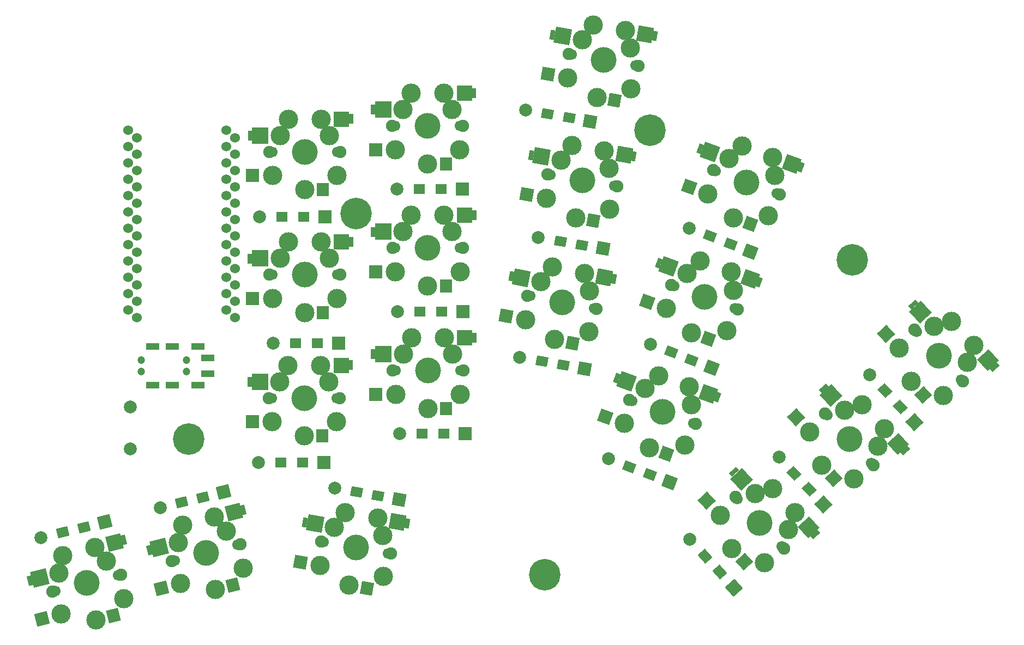
<source format=gbr>
%TF.GenerationSoftware,KiCad,Pcbnew,(6.0.2)*%
%TF.CreationDate,2022-03-03T13:29:25+00:00*%
%TF.ProjectId,yggdrasil,79676764-7261-4736-996c-2e6b69636164,1.0.0*%
%TF.SameCoordinates,Original*%
%TF.FileFunction,Soldermask,Bot*%
%TF.FilePolarity,Negative*%
%FSLAX46Y46*%
G04 Gerber Fmt 4.6, Leading zero omitted, Abs format (unit mm)*
G04 Created by KiCad (PCBNEW (6.0.2)) date 2022-03-03 13:29:25*
%MOMM*%
%LPD*%
G01*
G04 APERTURE LIST*
G04 Aperture macros list*
%AMRotRect*
0 Rectangle, with rotation*
0 The origin of the aperture is its center*
0 $1 length*
0 $2 width*
0 $3 Rotation angle, in degrees counterclockwise*
0 Add horizontal line*
21,1,$1,$2,0,0,$3*%
G04 Aperture macros list end*
%ADD10C,3.000000*%
%ADD11C,1.700000*%
%ADD12C,4.000000*%
%ADD13C,0.100000*%
%ADD14C,1.900000*%
%ADD15RotRect,2.500000X2.500000X160.000000*%
%ADD16RotRect,0.700000X1.500000X340.000000*%
%ADD17RotRect,2.000000X2.000000X160.000000*%
%ADD18RotRect,2.400000X2.400000X160.000000*%
%ADD19RotRect,1.900000X2.000000X160.000000*%
%ADD20R,1.998980X1.998980*%
%ADD21R,1.800000X1.500000*%
%ADD22C,1.998980*%
%ADD23RotRect,1.800000X1.500000X194.000000*%
%ADD24RotRect,1.998980X1.998980X14.000000*%
%ADD25RotRect,2.000000X2.000000X133.000000*%
%ADD26RotRect,0.700000X1.500000X313.000000*%
%ADD27RotRect,2.500000X2.500000X133.000000*%
%ADD28RotRect,1.900000X2.000000X133.000000*%
%ADD29RotRect,2.400000X2.400000X133.000000*%
%ADD30C,4.900000*%
%ADD31RotRect,1.998980X1.998980X339.000000*%
%ADD32RotRect,1.800000X1.500000X159.000000*%
%ADD33RotRect,1.800000X1.500000X170.000000*%
%ADD34RotRect,1.998980X1.998980X350.000000*%
%ADD35RotRect,2.000000X2.000000X170.000000*%
%ADD36RotRect,0.700000X1.500000X350.000000*%
%ADD37RotRect,2.500000X2.500000X170.000000*%
%ADD38RotRect,1.900000X2.000000X170.000000*%
%ADD39RotRect,2.400000X2.400000X170.000000*%
%ADD40R,2.000000X2.000000*%
%ADD41R,2.500000X2.500000*%
%ADD42R,0.700000X1.500000*%
%ADD43R,1.900000X2.000000*%
%ADD44R,2.400000X2.400000*%
%ADD45RotRect,1.800000X1.500000X133.000000*%
%ADD46RotRect,1.998980X1.998980X313.000000*%
%ADD47RotRect,2.000000X2.000000X194.000000*%
%ADD48RotRect,0.700000X1.500000X14.000000*%
%ADD49RotRect,2.500000X2.500000X194.000000*%
%ADD50RotRect,1.900000X2.000000X194.000000*%
%ADD51RotRect,2.400000X2.400000X194.000000*%
%ADD52C,1.524000*%
%ADD53C,1.200000*%
%ADD54R,2.100000X1.000000*%
%ADD55C,2.000000*%
%ADD56RotRect,2.000000X2.000000X169.000000*%
%ADD57RotRect,0.700000X1.500000X349.000000*%
%ADD58RotRect,2.500000X2.500000X169.000000*%
%ADD59RotRect,2.400000X2.400000X169.000000*%
%ADD60RotRect,1.900000X2.000000X169.000000*%
%ADD61RotRect,1.800000X1.500000X132.000000*%
%ADD62RotRect,1.998980X1.998980X312.000000*%
G04 APERTURE END LIST*
D10*
%TO.C,SW14*%
X178186453Y-100031313D03*
X188599350Y-97180828D03*
D11*
X188924029Y-100002013D03*
D10*
X183501033Y-92622181D03*
D12*
X184150390Y-98264551D03*
D13*
X181438478Y-94531917D03*
D10*
X181438893Y-94574634D03*
X188599350Y-97180828D03*
D14*
X178982081Y-96383440D03*
D10*
X182132472Y-103808737D03*
X188274672Y-94359643D03*
X187583379Y-103451514D03*
D13*
X188627127Y-97148371D03*
D11*
X179376752Y-96527088D03*
D14*
X189318700Y-100145662D03*
D15*
X178535242Y-93517793D03*
D16*
X177018053Y-93008148D03*
D17*
X175273406Y-98971050D03*
D16*
X192660480Y-95934663D03*
D18*
X191244101Y-95440427D03*
D19*
X184763611Y-104766394D03*
%TD*%
D20*
%TO.C,D1*%
X131698559Y-67952904D03*
D21*
X128398559Y-67950364D03*
D22*
X121538559Y-67952904D03*
D21*
X124998559Y-67950364D03*
%TD*%
D23*
%TO.C,D16*%
X94287112Y-116163179D03*
D24*
X97489702Y-115367301D03*
D22*
X87631498Y-117825228D03*
D23*
X90988106Y-116985713D03*
%TD*%
D12*
%TO.C,SW10*%
X213130375Y-102501191D03*
D10*
X212389600Y-97982457D03*
D13*
X212408624Y-97944207D03*
D10*
X207014374Y-101367816D03*
D11*
X209665823Y-98785914D03*
D10*
X213834358Y-108681353D03*
X217586427Y-103555373D03*
D14*
X216881366Y-106523636D03*
D13*
X217625911Y-103539063D03*
D14*
X209379384Y-98478745D03*
D10*
X208815388Y-106524981D03*
X215113376Y-97179001D03*
X218577927Y-100894277D03*
D11*
X216594926Y-106216468D03*
D10*
X217586427Y-103555373D03*
D25*
X204900179Y-99100620D03*
D26*
X209161773Y-94579688D03*
D27*
X210282224Y-95722574D03*
D28*
X210724983Y-108572771D03*
D29*
X220733042Y-103205355D03*
D26*
X221770667Y-104288746D03*
%TD*%
D10*
%TO.C,SW15*%
X193111902Y-114352870D03*
D12*
X199227903Y-115486245D03*
D13*
X198506152Y-110929261D03*
D10*
X204675455Y-113879331D03*
X194912916Y-119510035D03*
D14*
X202978894Y-119508690D03*
D13*
X203723439Y-116524117D03*
D11*
X195763351Y-111770968D03*
X202692454Y-119201522D03*
D10*
X203683955Y-116540427D03*
X199931886Y-121666407D03*
X201210904Y-110164055D03*
X203683955Y-116540427D03*
X198487128Y-110967511D03*
D14*
X195476912Y-111463799D03*
D26*
X195259301Y-107564742D03*
D27*
X196379752Y-108707628D03*
D25*
X190997707Y-112085674D03*
D29*
X206830570Y-116190409D03*
D28*
X196822511Y-121557825D03*
D26*
X207868195Y-117273800D03*
%TD*%
D30*
%TO.C,TH7*%
X165881040Y-123543343D03*
%TD*%
D31*
%TO.C,D4*%
X197752038Y-73326888D03*
D32*
X194672133Y-72141903D03*
D22*
X188266861Y-69685870D03*
D32*
X191497959Y-70923451D03*
%TD*%
D33*
%TO.C,D3*%
X169621385Y-52570173D03*
D34*
X172870810Y-53145713D03*
D22*
X162865163Y-51381448D03*
D33*
X166273039Y-51979769D03*
%TD*%
D20*
%TO.C,D2*%
X153079339Y-63599500D03*
D21*
X149779339Y-63596960D03*
D22*
X142919339Y-63599500D03*
D21*
X146379339Y-63596960D03*
%TD*%
D31*
%TO.C,D14*%
X185232908Y-109197926D03*
D32*
X182153003Y-108012941D03*
X178978829Y-106794489D03*
D22*
X175747731Y-105556908D03*
%TD*%
D10*
%TO.C,SW3*%
X179160114Y-41721751D03*
X171655879Y-40398550D03*
D11*
X179969754Y-44443695D03*
D13*
X171648053Y-40356554D03*
D12*
X174966930Y-43561563D03*
D10*
X173347651Y-38117673D03*
X179248471Y-48073592D03*
D11*
X169964107Y-42679430D03*
D13*
X179181832Y-41684963D03*
D10*
X179160114Y-41721751D03*
X169400393Y-46337110D03*
X178350475Y-38999806D03*
D14*
X180383373Y-44516628D03*
D10*
X173942406Y-49371928D03*
D14*
X169550488Y-42606498D03*
D35*
X166347489Y-45798801D03*
D36*
X167030185Y-39623534D03*
D37*
X168612823Y-39861979D03*
D38*
X176699868Y-49858143D03*
D39*
X181462467Y-39548534D03*
D36*
X182943152Y-39789310D03*
%TD*%
D10*
%TO.C,SW6*%
X126028720Y-71843944D03*
X124758720Y-74383943D03*
D14*
X123068720Y-76923944D03*
D13*
X132393720Y-74343944D03*
D11*
X123488720Y-76923944D03*
D13*
X124743720Y-74343944D03*
D10*
X123568720Y-80623944D03*
D12*
X128568720Y-76923944D03*
D10*
X133568720Y-80623944D03*
D11*
X133648720Y-76923944D03*
D14*
X134068720Y-76923944D03*
D10*
X132378720Y-74383944D03*
X131108720Y-71843944D03*
X128568720Y-82823944D03*
X132378720Y-74383944D03*
D40*
X120468720Y-80623944D03*
D41*
X121668720Y-74383944D03*
D42*
X120068720Y-74423944D03*
X135768720Y-71823944D03*
D43*
X131368720Y-82823944D03*
D44*
X134268720Y-71843944D03*
%TD*%
D24*
%TO.C,D17*%
X115979807Y-110707284D03*
D23*
X112777217Y-111503162D03*
X109478211Y-112325696D03*
D22*
X106121603Y-113165211D03*
%TD*%
D45*
%TO.C,D5*%
X221026436Y-97474530D03*
D46*
X223275173Y-99889730D03*
D22*
X216346070Y-92459176D03*
D45*
X218707642Y-94987928D03*
%TD*%
D10*
%TO.C,SW16*%
X97810150Y-121489756D03*
D14*
X100064432Y-123545459D03*
D12*
X94727805Y-124876029D03*
D13*
X97815028Y-121447315D03*
D10*
X90771438Y-129675733D03*
D14*
X89391179Y-126206600D03*
D10*
X97810150Y-121489756D03*
D13*
X90392265Y-123298017D03*
D11*
X89798703Y-126104992D03*
D10*
X96155144Y-130600774D03*
D11*
X99656907Y-123647066D03*
D10*
X90416497Y-123333199D03*
X100474395Y-127256514D03*
X95963393Y-119332445D03*
X91034291Y-120561408D03*
D47*
X87763521Y-130425691D03*
D48*
X85875487Y-124506626D03*
D49*
X87418283Y-124080739D03*
D50*
X98871972Y-129923393D03*
D48*
X100480133Y-118185683D03*
D51*
X99029528Y-118567972D03*
%TD*%
D52*
%TO.C,U1*%
X101199438Y-54448296D03*
X117738253Y-55644041D03*
X117738253Y-58184041D03*
X101199438Y-56988296D03*
X117738253Y-60724041D03*
X101199438Y-59528296D03*
X117738253Y-63264041D03*
X101199438Y-62068296D03*
X117738253Y-65804041D03*
X101199438Y-64608296D03*
X117738253Y-68344041D03*
X101199438Y-67148296D03*
X101199438Y-69688296D03*
X117738253Y-70884041D03*
X117738253Y-73424041D03*
X101199438Y-72228296D03*
X101199438Y-74768296D03*
X117738253Y-75964041D03*
X117738253Y-78504041D03*
X101199438Y-77308296D03*
X117738253Y-81044041D03*
X101199438Y-79848296D03*
X117738253Y-83584041D03*
X101199438Y-82388296D03*
X116439438Y-82388296D03*
X102498253Y-83584041D03*
X102498253Y-81044041D03*
X116439438Y-79848296D03*
X116439438Y-77308296D03*
X102498253Y-78504041D03*
X102498253Y-75964041D03*
X116439438Y-74768296D03*
X116439438Y-72228296D03*
X102498253Y-73424041D03*
X102498253Y-70884041D03*
X116439438Y-69688296D03*
X102498253Y-68344041D03*
X116439438Y-67148296D03*
X102498253Y-65804041D03*
X116439438Y-64608296D03*
X102498253Y-63264041D03*
X116439438Y-62068296D03*
X116439438Y-59528296D03*
X102498253Y-60724041D03*
X116439438Y-56988296D03*
X102498253Y-58184041D03*
X116439438Y-54448296D03*
X102498253Y-55644041D03*
%TD*%
D30*
%TO.C,TH3*%
X213557390Y-74634797D03*
%TD*%
D10*
%TO.C,SW7*%
X152678734Y-76479398D03*
X143868734Y-70239397D03*
X151488734Y-70239398D03*
D11*
X152758734Y-72779398D03*
X142598734Y-72779398D03*
D10*
X142678734Y-76479398D03*
D14*
X153178734Y-72779398D03*
D10*
X147678734Y-78679398D03*
X151488734Y-70239398D03*
X145138734Y-67699398D03*
D14*
X142178734Y-72779398D03*
D12*
X147678734Y-72779398D03*
D10*
X150218734Y-67699398D03*
D13*
X151503734Y-70199398D03*
X143853734Y-70199398D03*
D41*
X140778734Y-70239398D03*
D42*
X139178734Y-70279398D03*
D40*
X139578734Y-76479398D03*
D43*
X150478734Y-78679398D03*
D42*
X154878734Y-67679398D03*
D44*
X153378734Y-67699398D03*
%TD*%
D21*
%TO.C,D11*%
X128270630Y-106107852D03*
D20*
X131570630Y-106110392D03*
D22*
X121410630Y-106110392D03*
D21*
X124870630Y-106107852D03*
%TD*%
D34*
%TO.C,D8*%
X174872097Y-72893254D03*
D33*
X171622672Y-72317714D03*
D22*
X164866450Y-71128989D03*
D33*
X168274326Y-71727310D03*
%TD*%
D11*
%TO.C,SW17*%
X108353086Y-121380662D03*
D10*
X116364533Y-116765426D03*
X109588674Y-115837078D03*
D11*
X118211290Y-118922736D03*
D10*
X119028778Y-122532184D03*
X114709527Y-125876444D03*
X116364533Y-116765426D03*
X108970880Y-118608869D03*
D14*
X107945562Y-121482270D03*
D13*
X108946648Y-118573687D03*
D12*
X113282188Y-120151699D03*
D10*
X109325821Y-124951403D03*
D14*
X118618815Y-118821129D03*
D10*
X114517776Y-114608115D03*
D13*
X116369411Y-116722985D03*
D47*
X106317904Y-125701361D03*
D49*
X105972666Y-119356409D03*
D48*
X104429870Y-119782296D03*
X119034516Y-113461353D03*
D51*
X117583911Y-113843642D03*
D50*
X117426355Y-125199063D03*
%TD*%
D10*
%TO.C,SW8*%
X175860794Y-60433094D03*
D14*
X166251168Y-61317841D03*
D11*
X176670434Y-63155038D03*
D10*
X168356559Y-59109893D03*
D11*
X166664787Y-61390773D03*
D10*
X166101073Y-65048453D03*
X175051155Y-57711149D03*
D13*
X175882512Y-60396306D03*
D10*
X175860794Y-60433094D03*
X175949151Y-66784935D03*
D13*
X168348733Y-59067897D03*
D12*
X171667610Y-62272906D03*
D10*
X170643086Y-68083271D03*
X170048331Y-56829016D03*
D14*
X177084053Y-63227971D03*
D37*
X165313503Y-58573322D03*
D36*
X163730865Y-58334877D03*
D35*
X163048169Y-64510144D03*
D39*
X178163147Y-58259877D03*
D36*
X179643832Y-58500653D03*
D38*
X173400548Y-68569486D03*
%TD*%
D10*
%TO.C,SW18*%
X140703287Y-117507642D03*
D11*
X131507280Y-118465321D03*
D14*
X131093661Y-118392389D03*
D11*
X141512927Y-120229586D03*
D10*
X135485579Y-125157819D03*
D14*
X141926546Y-120302519D03*
D10*
X130943566Y-122123001D03*
D13*
X133191226Y-116142445D03*
D10*
X133199052Y-116184441D03*
X134890824Y-113903564D03*
X140791644Y-123859483D03*
D12*
X136510103Y-119347454D03*
D10*
X140703287Y-117507642D03*
X139893648Y-114785697D03*
D13*
X140725005Y-117470854D03*
D37*
X130155996Y-115647870D03*
D35*
X127890662Y-121584692D03*
D36*
X128573358Y-115409425D03*
X144486325Y-115575201D03*
D39*
X143005640Y-115334425D03*
D38*
X138243041Y-125644034D03*
%TD*%
D32*
%TO.C,D9*%
X188650089Y-90170075D03*
D31*
X191729994Y-91355060D03*
D22*
X182244817Y-87714042D03*
D32*
X185475915Y-88951623D03*
%TD*%
D12*
%TO.C,SW2*%
X147676094Y-53790457D03*
D10*
X142676094Y-57490457D03*
D11*
X152756094Y-53790457D03*
D14*
X142176094Y-53790457D03*
D10*
X150216094Y-48710457D03*
D13*
X143851094Y-51210457D03*
D10*
X151486094Y-51250457D03*
D13*
X151501094Y-51210457D03*
D10*
X143866094Y-51250456D03*
X147676094Y-59690457D03*
X145136094Y-48710457D03*
X151486094Y-51250457D03*
D14*
X153176094Y-53790457D03*
D11*
X142596094Y-53790457D03*
D10*
X152676094Y-57490457D03*
D41*
X140776094Y-51250457D03*
D42*
X139176094Y-51290457D03*
D40*
X139576094Y-57490457D03*
D42*
X154876094Y-48690457D03*
D44*
X153376094Y-48710457D03*
D43*
X150476094Y-59690457D03*
%TD*%
D21*
%TO.C,D12*%
X150178546Y-101644304D03*
D20*
X153478546Y-101646844D03*
D22*
X143318546Y-101646844D03*
D21*
X146778546Y-101644304D03*
%TD*%
D53*
%TO.C,J2*%
X110187485Y-90225828D03*
X110187485Y-91975828D03*
X103187485Y-90225828D03*
X103187485Y-91975828D03*
D54*
X111987485Y-88125828D03*
X111987485Y-94075828D03*
X107987485Y-94075828D03*
X107987485Y-88125828D03*
X104987485Y-88125828D03*
X104987485Y-94075828D03*
X113487485Y-92325828D03*
X113487485Y-89875828D03*
%TD*%
D34*
%TO.C,D18*%
X143219633Y-111889284D03*
D33*
X139970208Y-111313744D03*
X136621862Y-110723340D03*
D22*
X133213986Y-110125019D03*
%TD*%
D20*
%TO.C,D7*%
X153163098Y-82704289D03*
D21*
X149863098Y-82701749D03*
X146463098Y-82701749D03*
D22*
X143003098Y-82704289D03*
%TD*%
D55*
%TO.C,RSW1*%
X101515839Y-104026134D03*
X101515839Y-97526134D03*
%TD*%
D10*
%TO.C,SW13*%
X162904702Y-83904449D03*
D11*
X163532165Y-80257163D03*
D10*
X171981474Y-76724462D03*
D14*
X173917780Y-82275922D03*
D10*
X172720974Y-85812538D03*
X167393058Y-87018073D03*
X166994808Y-75755152D03*
D12*
X168518831Y-81226473D03*
D13*
X165256394Y-77964030D03*
D11*
X173505497Y-82195783D03*
D14*
X163119881Y-80177023D03*
D13*
X172765842Y-79423719D03*
D10*
X165263486Y-78006157D03*
X172743485Y-79460122D03*
X172743485Y-79460122D03*
D56*
X159861657Y-83312941D03*
D57*
X160652022Y-77150529D03*
D58*
X162230258Y-77416558D03*
D59*
X175083416Y-77327418D03*
D60*
X170141614Y-87552339D03*
D57*
X176559673Y-77593999D03*
%TD*%
D10*
%TO.C,SW1*%
X132393443Y-55296516D03*
D14*
X134083443Y-57836516D03*
D11*
X123503443Y-57836516D03*
D14*
X123083443Y-57836516D03*
D13*
X124758443Y-55256516D03*
D11*
X133663443Y-57836516D03*
D10*
X126043443Y-52756516D03*
X128583443Y-63736516D03*
X131123443Y-52756516D03*
X133583443Y-61536516D03*
X124773443Y-55296515D03*
D12*
X128583443Y-57836516D03*
D10*
X123583443Y-61536516D03*
X132393443Y-55296516D03*
D13*
X132408443Y-55256516D03*
D40*
X120483443Y-61536516D03*
D42*
X120083443Y-55336516D03*
D41*
X121683443Y-55296516D03*
D43*
X131383443Y-63736516D03*
D42*
X135783443Y-52736516D03*
D44*
X134283443Y-52756516D03*
%TD*%
D45*
%TO.C,D10*%
X206890781Y-110267353D03*
D46*
X209139518Y-112682553D03*
D22*
X202210415Y-105251999D03*
D45*
X204571987Y-107780751D03*
%TD*%
D33*
%TO.C,D13*%
X168734638Y-91000030D03*
D34*
X171984063Y-91575570D03*
D33*
X165386292Y-90409626D03*
D22*
X161978416Y-89811305D03*
%TD*%
D30*
%TO.C,TH4*%
X136534739Y-67450809D03*
%TD*%
D14*
%TO.C,SW9*%
X185479158Y-78540585D03*
D12*
X190647467Y-80421696D03*
D13*
X195124204Y-79305516D03*
D10*
X187935970Y-76731779D03*
D14*
X195815777Y-82302807D03*
D13*
X187935555Y-76689062D03*
D11*
X195421106Y-82159158D03*
D10*
X195096427Y-79337973D03*
D11*
X185873829Y-78684233D03*
D10*
X184683530Y-82188458D03*
X194080456Y-85608659D03*
X194771749Y-76516788D03*
X189998110Y-74779326D03*
X195096427Y-79337973D03*
X188629549Y-85965882D03*
D15*
X185032319Y-75674938D03*
D17*
X181770483Y-81128195D03*
D16*
X183515130Y-75165293D03*
D18*
X197741178Y-77597572D03*
D19*
X191260688Y-86923539D03*
D16*
X199157557Y-78091808D03*
%TD*%
D10*
%TO.C,SW11*%
X132346639Y-93569851D03*
D14*
X123036639Y-96109851D03*
D10*
X123536639Y-99809851D03*
D13*
X132361639Y-93529851D03*
D11*
X133616639Y-96109851D03*
D10*
X125996639Y-91029851D03*
X124726639Y-93569850D03*
D11*
X123456639Y-96109851D03*
D10*
X133536639Y-99809851D03*
D12*
X128536639Y-96109851D03*
D13*
X124711639Y-93529851D03*
D10*
X132346639Y-93569851D03*
X131076639Y-91029851D03*
X128536639Y-102009851D03*
D14*
X134036639Y-96109851D03*
D42*
X120036639Y-93609851D03*
D40*
X120436639Y-99809851D03*
D41*
X121636639Y-93569851D03*
D42*
X135736639Y-91009851D03*
D44*
X134236639Y-91029851D03*
D43*
X131336639Y-102009851D03*
%TD*%
D30*
%TO.C,TH6*%
X182180536Y-54480069D03*
%TD*%
D61*
%TO.C,D15*%
X192982074Y-123173674D03*
D62*
X195188317Y-125627752D03*
D61*
X190707030Y-120646982D03*
D22*
X188389950Y-118077400D03*
%TD*%
D14*
%TO.C,SW4*%
X202312872Y-64459936D03*
D11*
X201918201Y-64316287D03*
D10*
X196495205Y-56936455D03*
X195126644Y-68123011D03*
X201593522Y-61495102D03*
X201268844Y-58673917D03*
X201593522Y-61495102D03*
X194433065Y-58888908D03*
D13*
X201621299Y-61462645D03*
D10*
X200577551Y-67765788D03*
D14*
X191976253Y-60697714D03*
D13*
X194432650Y-58846191D03*
D10*
X191180625Y-64345587D03*
D12*
X197144562Y-62578825D03*
D11*
X192370924Y-60841362D03*
D16*
X190012225Y-57322422D03*
D17*
X188267578Y-63285324D03*
D15*
X191529414Y-57832067D03*
D19*
X197757783Y-69080668D03*
D18*
X204238273Y-59754701D03*
D16*
X205654652Y-60248937D03*
%TD*%
D30*
%TO.C,TH5*%
X110558705Y-102472173D03*
%TD*%
D21*
%TO.C,D6*%
X130515681Y-87616783D03*
D20*
X133815681Y-87619323D03*
D22*
X123655681Y-87619323D03*
D21*
X127115681Y-87616783D03*
%TD*%
D10*
%TO.C,SW5*%
X232480394Y-87909258D03*
D14*
X223281851Y-85493726D03*
D13*
X226311091Y-84959188D03*
D11*
X230497393Y-93231449D03*
X223568290Y-85800895D03*
D13*
X231528378Y-90554044D03*
D12*
X227032842Y-89516172D03*
D10*
X231488894Y-90570354D03*
D14*
X230783833Y-93538617D03*
D10*
X222717855Y-93539962D03*
X231488894Y-90570354D03*
X229015843Y-84193982D03*
X227736825Y-95696334D03*
X220916841Y-88382797D03*
X226292067Y-84997438D03*
D25*
X218802646Y-86115601D03*
D27*
X224184691Y-82737555D03*
D26*
X223064240Y-81594669D03*
D28*
X224627450Y-95587752D03*
D26*
X235673134Y-91303727D03*
D29*
X234635509Y-90220336D03*
%TD*%
D10*
%TO.C,SW12*%
X143886072Y-89276104D03*
X151506072Y-89276105D03*
D13*
X143871072Y-89236105D03*
D10*
X150236072Y-86736105D03*
D13*
X151521072Y-89236105D03*
D14*
X153196072Y-91816105D03*
D10*
X152696072Y-95516105D03*
X151506072Y-89276105D03*
D12*
X147696072Y-91816105D03*
D10*
X147696072Y-97716105D03*
D11*
X142616072Y-91816105D03*
X152776072Y-91816105D03*
D10*
X142696072Y-95516105D03*
X145156072Y-86736105D03*
D14*
X142196072Y-91816105D03*
D41*
X140796072Y-89276105D03*
D40*
X139596072Y-95516105D03*
D42*
X139196072Y-89316105D03*
D44*
X153396072Y-86736105D03*
D42*
X154896072Y-86716105D03*
D43*
X150496072Y-97716105D03*
%TD*%
M02*

</source>
